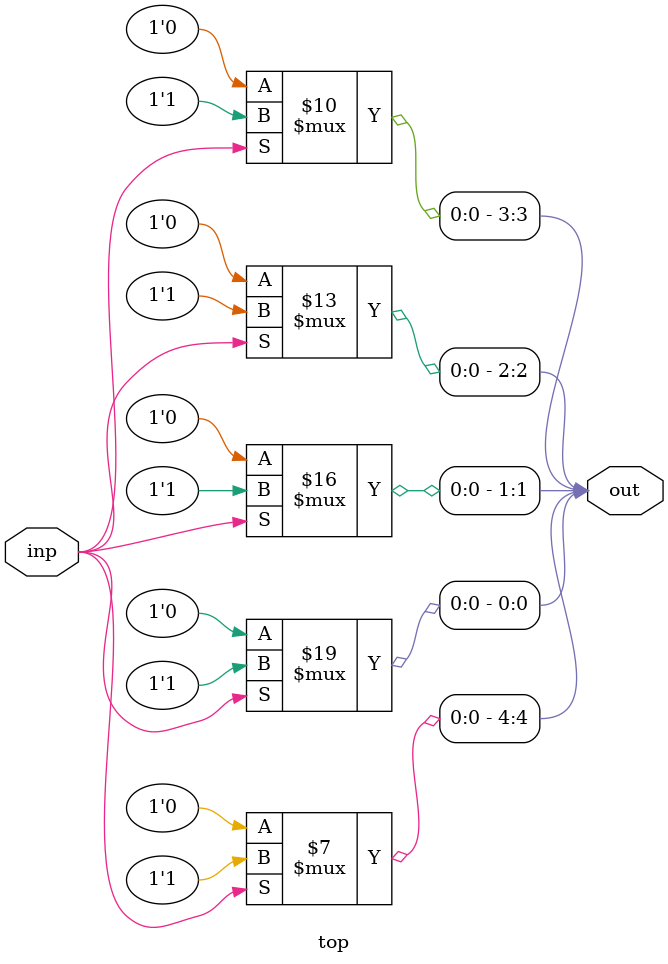
<source format=sv>
module top (
    input logic inp,
    output logic [4:0] out
);
    always_comb begin
        out = 0;
        if (inp) begin
            int i;
            for (i = 0; i < 5; i++)
                out[i] = 1'b1;
        end
    end
endmodule

</source>
